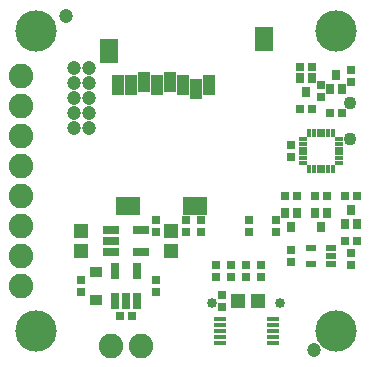
<source format=gbs>
G75*
%MOIN*%
%OFA0B0*%
%FSLAX25Y25*%
%IPPOS*%
%LPD*%
%AMOC8*
5,1,8,0,0,1.08239X$1,22.5*
%
%ADD10R,0.02965X0.05524*%
%ADD11C,0.13800*%
%ADD12R,0.03162X0.03162*%
%ADD13C,0.04737*%
%ADD14R,0.05131X0.04737*%
%ADD15R,0.04331X0.01575*%
%ADD16R,0.07887X0.06312*%
%ADD17R,0.06312X0.08280*%
%ADD18R,0.03950X0.06706*%
%ADD19R,0.02749X0.01784*%
%ADD20R,0.03162X0.01784*%
%ADD21R,0.01784X0.02749*%
%ADD22R,0.01784X0.03162*%
%ADD23R,0.00409X0.01783*%
%ADD24R,0.01783X0.00409*%
%ADD25R,0.03753X0.02375*%
%ADD26R,0.02611X0.03359*%
%ADD27R,0.05524X0.02965*%
%ADD28C,0.08200*%
%ADD29R,0.04737X0.05131*%
%ADD30C,0.04343*%
%ADD31R,0.04068X0.03280*%
%ADD32C,0.03359*%
D10*
X0187848Y0094881D03*
X0191588Y0094881D03*
X0195329Y0094881D03*
X0195329Y0105119D03*
X0187848Y0105119D03*
D11*
X0161588Y0085000D03*
X0261588Y0085000D03*
X0261588Y0185000D03*
X0161588Y0185000D03*
D12*
X0246588Y0146969D03*
X0246588Y0143031D03*
X0244620Y0130000D03*
X0248557Y0130000D03*
X0254620Y0130000D03*
X0258557Y0130000D03*
X0264620Y0130000D03*
X0268557Y0130000D03*
X0241588Y0121969D03*
X0241588Y0118031D03*
X0232588Y0118031D03*
X0232588Y0121969D03*
X0216588Y0121969D03*
X0211588Y0121969D03*
X0211588Y0118031D03*
X0216588Y0118031D03*
X0201588Y0118031D03*
X0201588Y0121969D03*
X0221588Y0106969D03*
X0226588Y0106969D03*
X0231588Y0106969D03*
X0231588Y0103031D03*
X0226588Y0103031D03*
X0221588Y0103031D03*
X0223588Y0096969D03*
X0223588Y0093031D03*
X0236588Y0103031D03*
X0236588Y0106969D03*
X0246588Y0108031D03*
X0246588Y0111969D03*
X0264620Y0115000D03*
X0268557Y0115000D03*
X0266588Y0110969D03*
X0266588Y0107031D03*
X0201588Y0101969D03*
X0201588Y0098031D03*
X0193557Y0090000D03*
X0189620Y0090000D03*
X0176588Y0098031D03*
X0176588Y0101969D03*
X0249620Y0159000D03*
X0253557Y0159000D03*
X0256588Y0163031D03*
X0256588Y0166969D03*
X0253557Y0173000D03*
X0249620Y0173000D03*
X0266588Y0171969D03*
X0266588Y0168031D03*
X0263557Y0157500D03*
X0259620Y0157500D03*
D13*
X0179088Y0157500D03*
X0174088Y0157500D03*
X0174088Y0162500D03*
X0179088Y0162500D03*
X0179088Y0167500D03*
X0174088Y0167500D03*
X0174088Y0172500D03*
X0179088Y0172500D03*
X0171588Y0190000D03*
X0174088Y0152500D03*
X0179088Y0152500D03*
X0254088Y0078500D03*
D14*
X0235435Y0095000D03*
X0228742Y0095000D03*
D15*
X0222730Y0088937D03*
X0222730Y0086969D03*
X0222730Y0085000D03*
X0222730Y0083031D03*
X0222730Y0081063D03*
X0240447Y0081063D03*
X0240447Y0083031D03*
X0240447Y0085000D03*
X0240447Y0086969D03*
X0240447Y0088937D03*
D16*
X0214600Y0126575D03*
X0192159Y0126575D03*
D17*
X0185860Y0178346D03*
X0237632Y0182283D03*
D18*
X0219285Y0167126D03*
X0214955Y0165551D03*
X0210624Y0167126D03*
X0206293Y0167913D03*
X0201962Y0167126D03*
X0197632Y0167913D03*
X0193301Y0167126D03*
X0188970Y0167126D03*
D19*
X0250476Y0148937D03*
X0262701Y0148937D03*
X0262701Y0141063D03*
X0250476Y0141063D03*
D20*
X0250683Y0142638D03*
X0250683Y0144213D03*
X0250683Y0145787D03*
X0250683Y0147362D03*
X0262494Y0147362D03*
X0262494Y0145787D03*
X0262494Y0144213D03*
X0262494Y0142638D03*
D21*
X0260525Y0138888D03*
X0252651Y0138888D03*
X0252651Y0151112D03*
X0260525Y0151112D03*
D22*
X0258951Y0150906D03*
X0257376Y0150906D03*
X0255801Y0150906D03*
X0254226Y0150906D03*
X0254226Y0139094D03*
X0255801Y0139094D03*
X0257376Y0139094D03*
X0258951Y0139094D03*
D23*
X0261120Y0141065D03*
X0252057Y0141065D03*
X0252057Y0148935D03*
X0261120Y0148935D03*
D24*
X0260523Y0149531D03*
X0252653Y0149531D03*
X0252653Y0140469D03*
X0260523Y0140469D03*
D25*
X0259836Y0112559D03*
X0259836Y0110000D03*
X0259836Y0107441D03*
X0253340Y0107441D03*
X0253340Y0112559D03*
D26*
X0256588Y0119803D03*
X0254620Y0124331D03*
X0258557Y0124331D03*
X0264620Y0120669D03*
X0268557Y0120669D03*
X0266588Y0125197D03*
X0248557Y0124331D03*
X0244620Y0124331D03*
X0246588Y0119803D03*
X0251588Y0164803D03*
X0249620Y0169331D03*
X0253557Y0169331D03*
X0259620Y0165669D03*
X0263557Y0165669D03*
X0261588Y0170197D03*
D27*
X0196707Y0118740D03*
X0186470Y0118740D03*
X0186470Y0115000D03*
X0186470Y0111260D03*
X0196707Y0111260D03*
D28*
X0156588Y0110000D03*
X0156588Y0100000D03*
X0156588Y0120000D03*
X0156588Y0130000D03*
X0156588Y0140000D03*
X0156588Y0150000D03*
X0156588Y0160000D03*
X0156588Y0170000D03*
X0186588Y0080000D03*
X0196588Y0080000D03*
D29*
X0206588Y0111654D03*
X0206588Y0118346D03*
X0176588Y0118346D03*
X0176588Y0111654D03*
D30*
X0266088Y0149094D03*
X0266088Y0160906D03*
D31*
X0181588Y0104528D03*
X0181588Y0095472D03*
D32*
X0220210Y0094311D03*
X0242966Y0094311D03*
M02*

</source>
